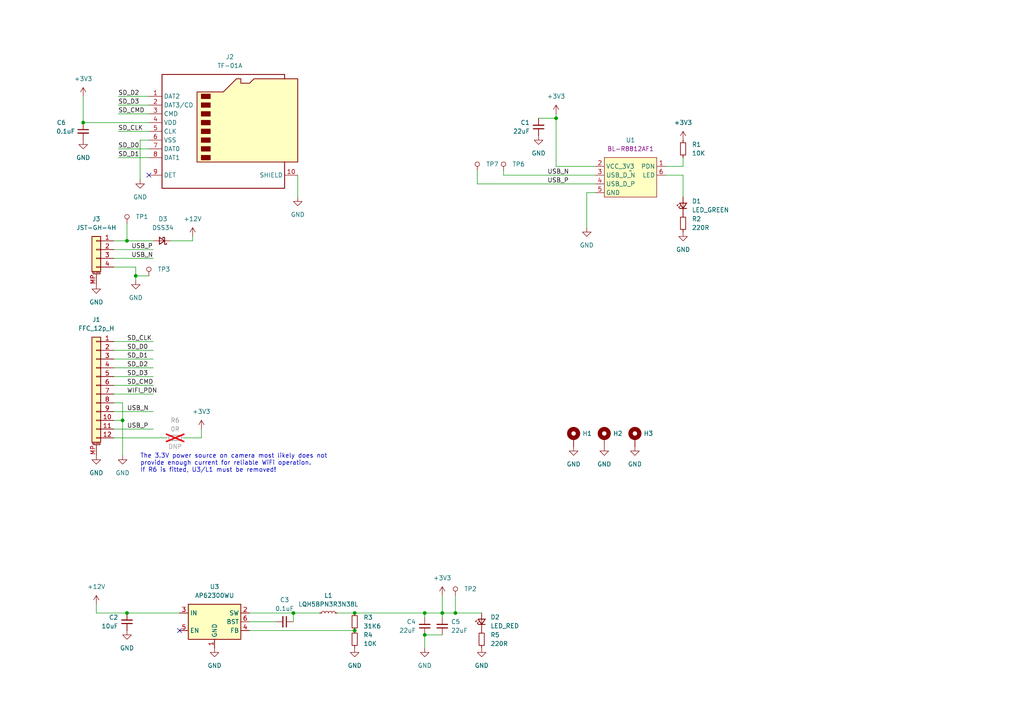
<source format=kicad_sch>
(kicad_sch (version 20230121) (generator eeschema)
  (paper "A4")
  (lib_symbols
    (symbol "Device:C_Small" (pin_numbers hide) (pin_names (offset 0.254) hide)
      (property "Reference" "C" (at 0.254 1.778 0))
      (property "Value" "C_Small" (at 0.254 -2.032 0))
      (symbol "C_Small_0_1"
        (polyline (pts (xy -1.524 -0.508) (xy 1.524 -0.508)) (stroke (width 0.3302)))
        (polyline (pts (xy -1.524 0.508) (xy 1.524 0.508)) (stroke (width 0.3048)))
      )
      (symbol "C_Small_1_1"
        (pin passive line (at 0 2.54 270) (length 2.032) (name "~") (number "1"))
        (pin passive line (at 0 -2.54 90) (length 2.032) (name "~") (number "2"))
      )
    )
    (symbol "Device:R_Small" (pin_numbers hide) (pin_names (offset 0.254) hide)
      (property "Reference" "R" (at 0.762 0.508 0))
      (property "Value" "R_Small" (at 0.762 -1.016 0))
      (symbol "R_Small_0_1"
        (rectangle (start -0.762 1.778) (end 0.762 -1.778) (stroke (width 0.2032)))
      )
      (symbol "R_Small_1_1"
        (pin passive line (at 0 2.54 270) (length 0.762) (name "~") (number "1"))
        (pin passive line (at 0 -2.54 90) (length 0.762) (name "~") (number "2"))
      )
    )
    (symbol "hadv-connectors:FFC_12p_H" (pin_names (offset 1.016) hide)
      (property "Reference" "J" (at 0 15.24 0))
      (property "Value" "FFC_12p_H" (at 1.27 -17.78 0))
      (symbol "FFC_12p_H_1_1"
        (rectangle (start -1.27 -15.113) (end 0 -15.367) (stroke (width 0.1524)))
        (rectangle (start -1.27 -12.573) (end 0 -12.827) (stroke (width 0.1524)))
        (rectangle (start -1.27 -10.033) (end 0 -10.287) (stroke (width 0.1524)))
        (rectangle (start -1.27 -7.493) (end 0 -7.747) (stroke (width 0.1524)))
        (rectangle (start -1.27 -4.953) (end 0 -5.207) (stroke (width 0.1524)))
        (rectangle (start -1.27 -2.413) (end 0 -2.667) (stroke (width 0.1524)))
        (rectangle (start -1.27 0.127) (end 0 -0.127) (stroke (width 0.1524)))
        (rectangle (start -1.27 2.667) (end 0 2.413) (stroke (width 0.1524)))
        (rectangle (start -1.27 5.207) (end 0 4.953) (stroke (width 0.1524)))
        (rectangle (start -1.27 7.747) (end 0 7.493) (stroke (width 0.1524)))
        (rectangle (start -1.27 10.287) (end 0 10.033) (stroke (width 0.1524)))
        (rectangle (start -1.27 12.827) (end 0 12.573) (stroke (width 0.1524)))
        (rectangle (start -1.27 13.97) (end 1.27 -16.51) (stroke (width 0.254)) (fill (type background)))
        (polyline (pts (xy -1.016 -17.272) (xy 1.016 -17.272)) (stroke (width 0.1524)))
        (text "Mounting" (at 0 -16.891 0) (effects (font (size 0.381 0.381))))
        (pin passive line (at -5.08 12.7 0) (length 3.81) (name "Pin_1") (number "1"))
        (pin passive line (at -5.08 -10.16 0) (length 3.81) (name "Pin_10") (number "10"))
        (pin passive line (at -5.08 -12.7 0) (length 3.81) (name "Pin_11") (number "11"))
        (pin passive line (at -5.08 -15.24 0) (length 3.81) (name "Pin_12") (number "12"))
        (pin passive line (at -5.08 10.16 0) (length 3.81) (name "Pin_2") (number "2"))
        (pin passive line (at -5.08 7.62 0) (length 3.81) (name "Pin_3") (number "3"))
        (pin passive line (at -5.08 5.08 0) (length 3.81) (name "Pin_4") (number "4"))
        (pin passive line (at -5.08 2.54 0) (length 3.81) (name "Pin_5") (number "5"))
        (pin passive line (at -5.08 0 0) (length 3.81) (name "Pin_6") (number "6"))
        (pin passive line (at -5.08 -2.54 0) (length 3.81) (name "Pin_7") (number "7"))
        (pin passive line (at -5.08 -5.08 0) (length 3.81) (name "Pin_8") (number "8"))
        (pin passive line (at -5.08 -7.62 0) (length 3.81) (name "Pin_9") (number "9"))
        (pin passive line (at 0 -20.32 90) (length 3.048) (name "MountPin") (number "MP"))
      )
    )
    (symbol "hadv-connectors:JST-GH-4H" (pin_names (offset 1.016) hide)
      (property "Reference" "J" (at 0 5.08 0))
      (property "Value" "JST-GH-4H" (at 1.27 -7.62 0))
      (symbol "JST-GH-4H_1_1"
        (rectangle (start -1.27 -4.953) (end 0 -5.207) (stroke (width 0.1524)))
        (rectangle (start -1.27 -2.413) (end 0 -2.667) (stroke (width 0.1524)))
        (rectangle (start -1.27 0.127) (end 0 -0.127) (stroke (width 0.1524)))
        (rectangle (start -1.27 2.667) (end 0 2.413) (stroke (width 0.1524)))
        (rectangle (start -1.27 3.81) (end 1.27 -6.35) (stroke (width 0.254)) (fill (type background)))
        (polyline (pts (xy -1.016 -7.112) (xy 1.016 -7.112)) (stroke (width 0.1524)))
        (text "Mounting" (at 0 -6.731 0) (effects (font (size 0.381 0.381))))
        (pin passive line (at -5.08 2.54 0) (length 3.81) (name "Pin_1") (number "1"))
        (pin passive line (at -5.08 0 0) (length 3.81) (name "Pin_2") (number "2"))
        (pin passive line (at -5.08 -2.54 0) (length 3.81) (name "Pin_3") (number "3"))
        (pin passive line (at -5.08 -5.08 0) (length 3.81) (name "Pin_4") (number "4"))
        (pin passive line (at 0 -10.16 90) (length 3.048) (name "MountPin") (number "MP"))
      )
    )
    (symbol "hadv-connectors:TF-01A"
      (property "Reference" "J" (at -16.51 17.78 0))
      (property "Value" "TF-01A" (at 16.51 17.78 0))
      (symbol "TF-01A_0_1"
        (rectangle (start -7.62 -6.985) (end -5.08 -8.255) (stroke (width 0.254)) (fill (type outline)))
        (rectangle (start -7.62 -4.445) (end -5.08 -5.715) (stroke (width 0.254)) (fill (type outline)))
        (rectangle (start -7.62 -1.905) (end -5.08 -3.175) (stroke (width 0.254)) (fill (type outline)))
        (rectangle (start -7.62 0.635) (end -5.08 -0.635) (stroke (width 0.254)) (fill (type outline)))
        (rectangle (start -7.62 3.175) (end -5.08 1.905) (stroke (width 0.254)) (fill (type outline)))
        (rectangle (start -7.62 5.715) (end -5.08 4.445) (stroke (width 0.254)) (fill (type outline)))
        (rectangle (start -7.62 8.255) (end -5.08 6.985) (stroke (width 0.254)) (fill (type outline)))
        (rectangle (start -7.62 10.795) (end -5.08 9.525) (stroke (width 0.254)) (fill (type outline)))
        (polyline (pts (xy 16.51 15.24) (xy 16.51 16.51) (xy -19.05 16.51) (xy -19.05 -16.51) (xy 16.51 -16.51) (xy 16.51 -8.89)) (stroke (width 0.254)))
        (polyline (pts (xy -8.89 -8.89) (xy -8.89 11.43) (xy -1.27 11.43) (xy 2.54 15.24) (xy 3.81 15.24) (xy 3.81 13.97) (xy 6.35 13.97) (xy 7.62 15.24) (xy 20.32 15.24) (xy 20.32 -8.89) (xy -8.89 -8.89)) (stroke (width 0.254)) (fill (type background)))
      )
      (symbol "TF-01A_1_1"
        (pin bidirectional line (at -22.86 10.16 0) (length 3.81) (name "DAT2") (number "1"))
        (pin passive line (at 20.32 -12.7 180) (length 3.81) (name "SHIELD") (number "10"))
        (pin bidirectional line (at -22.86 7.62 0) (length 3.81) (name "DAT3/CD") (number "2"))
        (pin input line (at -22.86 5.08 0) (length 3.81) (name "CMD") (number "3"))
        (pin power_in line (at -22.86 2.54 0) (length 3.81) (name "VDD") (number "4"))
        (pin input line (at -22.86 0 0) (length 3.81) (name "CLK") (number "5"))
        (pin power_in line (at -22.86 -2.54 0) (length 3.81) (name "VSS") (number "6"))
        (pin bidirectional line (at -22.86 -5.08 0) (length 3.81) (name "DAT0") (number "7"))
        (pin bidirectional line (at -22.86 -7.62 0) (length 3.81) (name "DAT1") (number "8"))
        (pin passive line (at -22.86 -12.7 0) (length 3.81) (name "DET") (number "9"))
      )
    )
    (symbol "hadv-diodes:DSS34" (pin_numbers hide) (pin_names (offset 0.254) hide)
      (property "Reference" "D" (at -1.27 2.032 0))
      (property "Value" "DSS34" (at -7.112 -2.032 0))
      (symbol "DSS34_0_1"
        (polyline (pts (xy -0.762 0) (xy 0.762 0)))
        (polyline (pts (xy 0.762 -1.016) (xy -0.762 0) (xy 0.762 1.016) (xy 0.762 -1.016)) (stroke (width 0.254)))
        (polyline (pts (xy -1.27 0.762) (xy -1.27 1.016) (xy -0.762 1.016) (xy -0.762 -1.016) (xy -0.254 -1.016) (xy -0.254 -0.762)) (stroke (width 0.254)))
      )
      (symbol "DSS34_1_1"
        (pin passive line (at -2.54 0 0) (length 1.778) (name "K") (number "1"))
        (pin passive line (at 2.54 0 180) (length 1.778) (name "A") (number "2"))
      )
    )
    (symbol "hadv-inductors:LQH5BPN3R3N38L" (pin_numbers hide) (pin_names (offset 0.254) hide)
      (property "Reference" "L" (at 0.762 1.016 0))
      (property "Value" "LQH5BPN3R3N38L" (at 0.762 -1.016 0))
      (symbol "LQH5BPN3R3N38L_0_1"
        (arc (start 0 -2.032) (mid 0.5058 -1.524) (end 0 -1.016))
        (arc (start 0 -1.016) (mid 0.5058 -0.508) (end 0 0))
        (arc (start 0 0) (mid 0.5058 0.508) (end 0 1.016))
        (arc (start 0 1.016) (mid 0.5058 1.524) (end 0 2.032))
      )
      (symbol "LQH5BPN3R3N38L_1_1"
        (pin passive line (at 0 2.54 270) (length 0.635) (name "~") (number "1"))
        (pin passive line (at 0 -2.54 90) (length 0.635) (name "~") (number "2"))
      )
    )
    (symbol "hadv-mechanical:MH_2.2mm" (pin_numbers hide) (pin_names (offset 1.016) hide) (in_bom no)
      (property "Reference" "H" (at 0 6.985 0))
      (symbol "MH_2.2mm_0_1"
        (circle (center 0 3.81) (radius 1.27) (stroke (width 1.27)))
      )
      (symbol "MH_2.2mm_1_1"
        (pin input line (at 0 0 90) (length 2.54) (name "1") (number "1"))
      )
    )
    (symbol "hadv-mechanical:TP_1MM" (pin_numbers hide) (pin_names (offset 0.762) hide) (in_bom no)
      (property "Reference" "TP" (at 0 3.81 0))
      (symbol "TP_1MM_0_1"
        (circle (center 0 1.905) (radius 0.6476))
      )
      (symbol "TP_1MM_1_1"
        (pin passive line (at 0 0 90) (length 1.27) (name "1") (number "1"))
      )
    )
    (symbol "hadv-rf:BL-R8812AF1"
      (property "Reference" "U" (at 0 5.08 0))
      (property "Value" "BL-R8812AF1" (at 0 -8.89 0))
      (property "MPN" "BL-R8812AF1" (at 0 -8.89 0))
      (symbol "BL-R8812AF1_1_1"
        (rectangle (start -7.62 3.81) (end 7.62 -7.62) (fill (type background)))
        (pin input line (at 10.16 1.27 180) (length 2.54) (name "PDN") (number "1"))
        (pin passive line (at -10.16 -6.35 0) (length 2.54) hide (name "GND") (number "10"))
        (pin passive line (at 10.16 -6.35 180) (length 2.54) hide (name "NC") (number "11"))
        (pin passive line (at -10.16 -6.35 0) (length 2.54) hide (name "GND") (number "12"))
        (pin power_in line (at -10.16 1.27 0) (length 2.54) (name "VCC_3V3") (number "2"))
        (pin bidirectional line (at -10.16 -1.27 0) (length 2.54) (name "USB_D_N") (number "3"))
        (pin bidirectional line (at -10.16 -3.81 0) (length 2.54) (name "USB_D_P") (number "4"))
        (pin power_in line (at -10.16 -6.35 0) (length 2.54) (name "GND") (number "5"))
        (pin output line (at 10.16 -1.27 180) (length 2.54) (name "LED") (number "6"))
        (pin passive line (at -10.16 -6.35 0) (length 2.54) hide (name "GND") (number "7"))
        (pin passive line (at 10.16 -3.81 180) (length 2.54) hide (name "NC") (number "8"))
        (pin passive line (at -10.16 -6.35 0) (length 2.54) hide (name "GND") (number "9"))
      )
    )
    (symbol "hadv-ui:LED_GREEN" (pin_numbers hide) (pin_names (offset 0.254) hide)
      (property "Reference" "D" (at -1.27 3.175 0))
      (property "Value" "LED_GREEN" (at -4.445 -2.54 0))
      (symbol "LED_GREEN_0_1"
        (polyline (pts (xy -0.762 -1.016) (xy -0.762 1.016)) (stroke (width 0.254)))
        (polyline (pts (xy 1.016 0) (xy -0.762 0)))
        (polyline (pts (xy 0.762 -1.016) (xy -0.762 0) (xy 0.762 1.016) (xy 0.762 -1.016)) (stroke (width 0.254)))
        (polyline (pts (xy 0 0.762) (xy -0.508 1.27) (xy -0.254 1.27) (xy -0.508 1.27) (xy -0.508 1.016)))
        (polyline (pts (xy 0.508 1.27) (xy 0 1.778) (xy 0.254 1.778) (xy 0 1.778) (xy 0 1.524)))
      )
      (symbol "LED_GREEN_1_1"
        (pin passive line (at -2.54 0 0) (length 1.778) (name "K") (number "1"))
        (pin passive line (at 2.54 0 180) (length 1.778) (name "A") (number "2"))
      )
    )
    (symbol "hadv-ui:LED_RED" (pin_numbers hide) (pin_names (offset 0.254) hide)
      (property "Reference" "D" (at -1.27 3.175 0))
      (property "Value" "LED_RED" (at -4.445 -2.54 0))
      (symbol "LED_RED_0_1"
        (polyline (pts (xy -0.762 -1.016) (xy -0.762 1.016)) (stroke (width 0.254)))
        (polyline (pts (xy 1.016 0) (xy -0.762 0)))
        (polyline (pts (xy 0.762 -1.016) (xy -0.762 0) (xy 0.762 1.016) (xy 0.762 -1.016)) (stroke (width 0.254)))
        (polyline (pts (xy 0 0.762) (xy -0.508 1.27) (xy -0.254 1.27) (xy -0.508 1.27) (xy -0.508 1.016)))
        (polyline (pts (xy 0.508 1.27) (xy 0 1.778) (xy 0.254 1.778) (xy 0 1.778) (xy 0 1.524)))
      )
      (symbol "LED_RED_1_1"
        (pin passive line (at -2.54 0 0) (length 1.778) (name "K") (number "1"))
        (pin passive line (at 2.54 0 180) (length 1.778) (name "A") (number "2"))
      )
    )
    (symbol "hadv-vregs:AP62300WU"
      (property "Reference" "U" (at -7.62 6.35 0))
      (property "Value" "AP62300WU" (at 2.54 6.35 0))
      (symbol "AP62300WU_0_1"
        (rectangle (start -7.62 5.08) (end 7.62 -5.08) (stroke (width 0.254)) (fill (type background)))
      )
      (symbol "AP62300WU_1_1"
        (pin power_in line (at 0 -7.62 90) (length 2.54) (name "GND") (number "1"))
        (pin output line (at 10.16 2.54 180) (length 2.54) (name "SW") (number "2"))
        (pin power_in line (at -10.16 2.54 0) (length 2.54) (name "IN") (number "3"))
        (pin input line (at 10.16 -2.54 180) (length 2.54) (name "FB") (number "4"))
        (pin input line (at -10.16 -2.54 0) (length 2.54) (name "EN") (number "5"))
        (pin passive line (at 10.16 0 180) (length 2.54) (name "BST") (number "6"))
      )
    )
    (symbol "power:+12V" (power) (pin_names (offset 0))
      (property "Value" "+12V" (at 0 3.556 0))
      (symbol "+12V_0_1"
        (polyline (pts (xy -0.762 1.27) (xy 0 2.54)))
        (polyline (pts (xy 0 0) (xy 0 2.54)))
        (polyline (pts (xy 0 2.54) (xy 0.762 1.27)))
      )
      (symbol "+12V_1_1"
        (pin power_in line (at 0 0 90) (length 0) hide (name "+12V") (number "1"))
      )
    )
    (symbol "power:+3V3" (power) (pin_names (offset 0))
      (property "Value" "+3V3" (at 0 3.556 0))
      (symbol "+3V3_0_1"
        (polyline (pts (xy -0.762 1.27) (xy 0 2.54)))
        (polyline (pts (xy 0 0) (xy 0 2.54)))
        (polyline (pts (xy 0 2.54) (xy 0.762 1.27)))
      )
      (symbol "+3V3_1_1"
        (pin power_in line (at 0 0 90) (length 0) hide (name "+3V3") (number "1"))
      )
    )
    (symbol "power:GND" (power) (pin_names (offset 0))
      (property "Value" "GND" (at 0 -3.81 0))
      (symbol "GND_0_1"
        (polyline (pts (xy 0 0) (xy 0 -1.27) (xy 1.27 -1.27) (xy 0 -2.54) (xy -1.27 -1.27) (xy 0 -1.27)))
      )
      (symbol "GND_1_1"
        (pin power_in line (at 0 0 270) (length 0) hide (name "GND") (number "1"))
      )
    )
  )
  (junction (at 85.09 177.8))
  (junction (at 24.13 35.56))
  (junction (at 36.83 177.8))
  (junction (at 35.56 121.92))
  (junction (at 132.08 177.8))
  (junction (at 123.19 184.15))
  (junction (at 39.37 80.01))
  (junction (at 128.27 177.8))
  (junction (at 161.29 34.29))
  (junction (at 36.83 69.85))
  (junction (at 123.19 177.8))
  (junction (at 102.87 182.88))
  (junction (at 102.87 177.8))
  (no_connect (at 52.07 182.88))
  (no_connect (at 43.18 50.8))
  (wire (pts (xy 34.29 33.02) (xy 43.18 33.02)))
  (wire (pts (xy 34.29 43.18) (xy 43.18 43.18)))
  (wire (pts (xy 193.04 48.26) (xy 198.12 48.26)))
  (wire (pts (xy 35.56 121.92) (xy 35.56 132.08)))
  (wire (pts (xy 24.13 27.94) (xy 24.13 35.56)))
  (wire (pts (xy 27.94 175.26) (xy 27.94 177.8)))
  (wire (pts (xy 161.29 33.02) (xy 161.29 34.29)))
  (wire (pts (xy 34.29 27.94) (xy 43.18 27.94)))
  (wire (pts (xy 33.02 124.46) (xy 44.45 124.46)))
  (wire (pts (xy 123.19 184.15) (xy 128.27 184.15)))
  (wire (pts (xy 198.12 48.26) (xy 198.12 45.72)))
  (wire (pts (xy 86.36 50.8) (xy 86.36 57.15)))
  (wire (pts (xy 146.05 50.8) (xy 146.05 49.53)))
  (wire (pts (xy 33.02 109.22) (xy 44.45 109.22)))
  (wire (pts (xy 85.09 177.8) (xy 85.09 180.34)))
  (wire (pts (xy 33.02 121.92) (xy 35.56 121.92)))
  (wire (pts (xy 123.19 177.8) (xy 123.19 179.07)))
  (wire (pts (xy 39.37 80.01) (xy 39.37 81.28)))
  (wire (pts (xy 97.79 177.8) (xy 102.87 177.8)))
  (wire (pts (xy 123.19 177.8) (xy 128.27 177.8)))
  (wire (pts (xy 33.02 72.39) (xy 44.45 72.39)))
  (wire (pts (xy 36.83 64.77) (xy 36.83 69.85)))
  (wire (pts (xy 33.02 114.3) (xy 44.45 114.3)))
  (wire (pts (xy 172.72 48.26) (xy 161.29 48.26)))
  (wire (pts (xy 102.87 177.8) (xy 123.19 177.8)))
  (wire (pts (xy 35.56 116.84) (xy 35.56 121.92)))
  (wire (pts (xy 34.29 30.48) (xy 43.18 30.48)))
  (wire (pts (xy 132.08 177.8) (xy 139.7 177.8)))
  (wire (pts (xy 33.02 77.47) (xy 39.37 77.47)))
  (wire (pts (xy 33.02 74.93) (xy 44.45 74.93)))
  (wire (pts (xy 128.27 177.8) (xy 128.27 179.07)))
  (wire (pts (xy 138.43 49.53) (xy 138.43 53.34)))
  (wire (pts (xy 172.72 55.88) (xy 170.18 55.88)))
  (wire (pts (xy 123.19 184.15) (xy 123.19 187.96)))
  (wire (pts (xy 40.64 40.64) (xy 40.64 52.07)))
  (wire (pts (xy 72.39 180.34) (xy 80.01 180.34)))
  (wire (pts (xy 43.18 38.1) (xy 34.29 38.1)))
  (wire (pts (xy 33.02 116.84) (xy 35.56 116.84)))
  (wire (pts (xy 156.21 34.29) (xy 161.29 34.29)))
  (wire (pts (xy 34.29 45.72) (xy 43.18 45.72)))
  (wire (pts (xy 53.34 127) (xy 58.42 127)))
  (wire (pts (xy 33.02 104.14) (xy 44.45 104.14)))
  (wire (pts (xy 43.18 35.56) (xy 24.13 35.56)))
  (wire (pts (xy 33.02 111.76) (xy 44.45 111.76)))
  (wire (pts (xy 40.64 40.64) (xy 43.18 40.64)))
  (wire (pts (xy 72.39 182.88) (xy 102.87 182.88)))
  (wire (pts (xy 72.39 177.8) (xy 85.09 177.8)))
  (wire (pts (xy 36.83 69.85) (xy 44.45 69.85)))
  (wire (pts (xy 55.88 69.85) (xy 49.53 69.85)))
  (wire (pts (xy 85.09 177.8) (xy 92.71 177.8)))
  (wire (pts (xy 39.37 77.47) (xy 39.37 80.01)))
  (wire (pts (xy 132.08 172.72) (xy 132.08 177.8)))
  (wire (pts (xy 55.88 68.58) (xy 55.88 69.85)))
  (wire (pts (xy 161.29 34.29) (xy 161.29 48.26)))
  (wire (pts (xy 193.04 50.8) (xy 198.12 50.8)))
  (wire (pts (xy 128.27 172.72) (xy 128.27 177.8)))
  (wire (pts (xy 128.27 177.8) (xy 132.08 177.8)))
  (wire (pts (xy 33.02 127) (xy 48.26 127)))
  (wire (pts (xy 170.18 55.88) (xy 170.18 66.04)))
  (wire (pts (xy 58.42 124.46) (xy 58.42 127)))
  (wire (pts (xy 138.43 53.34) (xy 172.72 53.34)))
  (wire (pts (xy 33.02 106.68) (xy 44.45 106.68)))
  (wire (pts (xy 39.37 80.01) (xy 43.18 80.01)))
  (wire (pts (xy 33.02 99.06) (xy 44.45 99.06)))
  (wire (pts (xy 33.02 69.85) (xy 36.83 69.85)))
  (wire (pts (xy 36.83 177.8) (xy 27.94 177.8)))
  (wire (pts (xy 36.83 177.8) (xy 52.07 177.8)))
  (wire (pts (xy 146.05 50.8) (xy 172.72 50.8)))
  (wire (pts (xy 33.02 119.38) (xy 44.45 119.38)))
  (wire (pts (xy 33.02 101.6) (xy 44.45 101.6)))
  (wire (pts (xy 198.12 50.8) (xy 198.12 57.15)))
  (text "The 3.3V power source on camera most likely does not\nprovide enough current for reliable WiFi operation.\nIf R6 is fitted, U3/L1 must be removed!" (at 40.64 137.16 0) (effects (font (size 1.27 1.27)) (justify left bottom)))
  (label "SD_CLK" (at 34.29 38.1 0))
  (label "SD_D2" (at 36.83 106.68 0))
  (label "SD_D2" (at 34.29 27.94 0))
  (label "SD_D1" (at 34.29 45.72 0))
  (label "USB_N" (at 36.83 119.38 0))
  (label "SD_D3" (at 34.29 30.48 0))
  (label "USB_P" (at 38.1 72.39 0))
  (label "SD_D0" (at 36.83 101.6 0))
  (label "SD_CLK" (at 36.83 99.06 0))
  (label "USB_P" (at 158.75 53.34 0))
  (label "WIFI_PDN" (at 36.83 114.3 0))
  (label "SD_D0" (at 34.29 43.18 0))
  (label "USB_N" (at 38.1 74.93 0))
  (label "SD_D3" (at 36.83 109.22 0))
  (label "USB_N" (at 158.75 50.8 0))
  (label "SD_CMD" (at 34.29 33.02 0))
  (label "SD_CMD" (at 36.83 111.76 0))
  (label "USB_P" (at 36.83 124.46 0))
  (label "SD_D1" (at 36.83 104.14 0))
  (symbol (lib_id "hadv-mechanical:MH_2.2mm") (at 175.26 129.54 0) (unit 1) (in_bom no)
    (property "Reference" "H2" (at 177.8 125.73 0) (effects (justify left)))
    (property "Value" "MH_2.2mm" (effects hide))
    (property "Footprint" "MountingHole:MountingHole_2.2mm_M2_Pad_Via" (effects hide))
  )
  (symbol (lib_id "Device:C_Small") (at 24.13 38.1 0) (mirror y) (unit 1)
    (property "Reference" "C6" (at 17.78 35.56 0))
    (property "Value" "0.1uF" (at 19.05 38.1 0))
    (property "Footprint" "Capacitor_SMD:C_0603_1608Metric" (effects hide))
  )
  (symbol (lib_id "hadv-mechanical:TP_1MM") (at 132.08 172.72 0) (unit 1) (in_bom no)
    (property "Reference" "TP2" (at 134.62 170.815 0) (effects (justify left)))
    (property "Value" "TP_1MM" (effects hide))
    (property "Footprint" "TestPoint:TestPoint_Pad_D1.0mm" (effects hide))
  )
  (symbol (lib_id "power:+3V3") (at 161.29 33.02 0) (unit 1)
    (property "Reference" "#PWR02" (effects hide))
    (property "Value" "+3V3" (at 161.29 27.94 0))
  )
  (symbol (lib_id "hadv-mechanical:TP_1MM") (at 146.05 49.53 0) (unit 1) (in_bom no)
    (property "Reference" "TP6" (at 148.59 47.625 0) (effects (justify left)))
    (property "Value" "TP_1MM" (effects hide))
    (property "Footprint" "TestPoint:TestPoint_Pad_D1.0mm" (effects hide))
  )
  (symbol (lib_id "hadv-mechanical:MH_2.2mm") (at 184.15 129.54 0) (unit 1) (in_bom no)
    (property "Reference" "H3" (at 186.69 125.73 0) (effects (justify left)))
    (property "Value" "MH_2.2mm" (effects hide))
    (property "Footprint" "MountingHole:MountingHole_2.2mm_M2_Pad_Via" (effects hide))
  )
  (symbol (lib_id "power:GND") (at 40.64 52.07 0) (unit 1)
    (property "Reference" "#PWR07" (effects hide))
    (property "Value" "GND" (at 40.64 57.15 0))
  )
  (symbol (lib_id "Device:C_Small") (at 128.27 181.61 180) (unit 1)
    (property "Reference" "C5" (at 130.81 180.3336 0) (effects (justify right)))
    (property "Value" "22uF" (at 130.81 182.8736 0) (effects (justify right)))
    (property "Footprint" "Capacitor_SMD:C_0805_2012Metric" (effects hide))
    (property "LCSC#" "C380338" (effects hide))
  )
  (symbol (lib_id "hadv-connectors:TF-01A") (at 66.04 38.1 0) (unit 1)
    (property "Reference" "J2" (at 66.675 16.51 0))
    (property "Value" "TF-01A" (at 66.675 19.05 0))
    (property "Footprint" "hadv-connectors:TF-01A" (effects hide))
    (property "Datasheet" "https://datasheet.lcsc.com/lcsc/1811082127_Korean-Hroparts-Elec-TF-01A_C91145.pdf" (effects hide))
    (property "MPN" "TF-01A" (effects hide))
    (property "Manufacturer" "Korean Hroparts" (effects hide))
    (property "LCSC#" "C91145" (effects hide))
  )
  (symbol (lib_id "power:+3V3") (at 58.42 124.46 0) (unit 1)
    (property "Reference" "#PWR017" (effects hide))
    (property "Value" "+3V3" (at 58.42 119.38 0))
  )
  (symbol (lib_id "power:GND") (at 62.23 187.96 0) (unit 1)
    (property "Reference" "#PWR011" (effects hide))
    (property "Value" "GND" (at 62.23 193.04 0))
  )
  (symbol (lib_id "power:GND") (at 166.37 129.54 0) (unit 1)
    (property "Reference" "#PWR023" (effects hide))
    (property "Value" "GND" (at 166.37 134.62 0))
  )
  (symbol (lib_id "Device:R_Small") (at 102.87 180.34 0) (unit 1)
    (property "Reference" "R3" (at 105.41 179.07 0) (effects (justify left)))
    (property "Value" "31K6" (at 105.41 181.61 0) (effects (justify left)))
    (property "Footprint" "Resistor_SMD:R_0603_1608Metric" (effects hide))
    (property "LCSC#" "C25967" (effects hide))
    (property "MPN" "0603WAF3162T5E" (effects hide))
  )
  (symbol (lib_id "hadv-connectors:JST-GH-4H") (at 27.94 72.39 0) (mirror y) (unit 1)
    (property "Reference" "J3" (at 27.94 63.5 0))
    (property "Value" "JST-GH-4H" (at 27.94 66.04 0))
    (property "Footprint" "Connector_JST:JST_GH_SM04B-GHS-TB_1x04-1MP_P1.25mm_Horizontal" (effects hide))
    (property "MPN" "SM04B-GHS-TB" (effects hide))
    (property "Manufacturer" "JST" (effects hide))
    (property "AltMPN" "X1251WRS-04HF-LPSW" (effects hide))
    (property "AltManufacturer" "XKB" (effects hide))
    (property "LCSC#" "C388709" (effects hide))
  )
  (symbol (lib_id "hadv-mechanical:TP_1MM") (at 138.43 49.53 0) (unit 1) (in_bom no)
    (property "Reference" "TP7" (at 140.97 47.625 0) (effects (justify left)))
    (property "Value" "TP_1MM" (effects hide))
    (property "Footprint" "TestPoint:TestPoint_Pad_D1.0mm" (effects hide))
  )
  (symbol (lib_id "power:GND") (at 184.15 129.54 0) (unit 1)
    (property "Reference" "#PWR025" (effects hide))
    (property "Value" "GND" (at 184.15 134.62 0))
  )
  (symbol (lib_id "power:GND") (at 27.94 82.55 0) (unit 1)
    (property "Reference" "#PWR019" (effects hide))
    (property "Value" "GND" (at 27.94 87.63 0))
  )
  (symbol (lib_id "power:GND") (at 35.56 132.08 0) (unit 1)
    (property "Reference" "#PWR016" (effects hide))
    (property "Value" "GND" (at 35.56 137.16 0))
  )
  (symbol (lib_id "Device:C_Small") (at 82.55 180.34 270) (mirror x) (unit 1)
    (property "Reference" "C3" (at 82.5437 173.99 90))
    (property "Value" "0.1uF" (at 82.5437 176.53 90))
    (property "Footprint" "Capacitor_SMD:C_0603_1608Metric" (effects hide))
  )
  (symbol (lib_id "hadv-mechanical:TP_1MM") (at 36.83 64.77 0) (unit 1) (in_bom no)
    (property "Reference" "TP1" (at 39.37 62.865 0) (effects (justify left)))
    (property "Value" "TP_1MM" (effects hide))
    (property "Footprint" "TestPoint:TestPoint_Pad_D1.0mm" (effects hide))
  )
  (symbol (lib_id "power:GND") (at 86.36 57.15 0) (unit 1)
    (property "Reference" "#PWR022" (effects hide))
    (property "Value" "GND" (at 86.36 62.23 0))
  )
  (symbol (lib_id "hadv-connectors:FFC_12p_H") (at 27.94 111.76 0) (mirror y) (unit 1)
    (property "Reference" "J1" (at 27.94 92.71 0))
    (property "Value" "FFC_12p_H" (at 27.94 95.25 0))
    (property "Footprint" "Connector_FFC-FPC:Hirose_FH12-12S-0.5SH_1x12-1MP_P0.50mm_Horizontal" (effects hide))
    (property "MPN" "AFC24-S12FIC-00" (effects hide))
    (property "Manufacturer" "JUSHUO" (effects hide))
    (property "LCSC#" "C262290" (effects hide))
  )
  (symbol (lib_id "power:GND") (at 175.26 129.54 0) (unit 1)
    (property "Reference" "#PWR024" (effects hide))
    (property "Value" "GND" (at 175.26 134.62 0))
  )
  (symbol (lib_id "Device:C_Small") (at 123.19 181.61 0) (mirror x) (unit 1)
    (property "Reference" "C4" (at 120.65 180.3336 0) (effects (justify right)))
    (property "Value" "22uF" (at 120.65 182.8736 0) (effects (justify right)))
    (property "Footprint" "Capacitor_SMD:C_0805_2012Metric" (effects hide))
    (property "LCSC#" "C380338" (effects hide))
  )
  (symbol (lib_id "Device:R_Small") (at 50.8 127 90) (unit 1) (dnp yes)
    (property "Reference" "R6" (at 50.8 121.92 90))
    (property "Value" "0R" (at 50.8 124.46 90))
    (property "Footprint" "Resistor_SMD:R_0603_1608Metric" (effects hide))
    (property "Config" "DNP" (at 50.8 129.54 90))
  )
  (symbol (lib_id "power:GND") (at 170.18 66.04 0) (unit 1)
    (property "Reference" "#PWR03" (effects hide))
    (property "Value" "GND" (at 170.18 71.12 0))
  )
  (symbol (lib_id "Device:C_Small") (at 156.21 36.83 0) (mirror x) (unit 1)
    (property "Reference" "C1" (at 153.67 35.5536 0) (effects (justify right)))
    (property "Value" "22uF" (at 153.67 38.0936 0) (effects (justify right)))
    (property "Footprint" "Capacitor_SMD:C_0805_2012Metric" (effects hide))
    (property "LCSC#" "C380338" (effects hide))
  )
  (symbol (lib_id "power:+3V3") (at 198.12 40.64 0) (unit 1)
    (property "Reference" "#PWR04" (effects hide))
    (property "Value" "+3V3" (at 198.12 35.56 0))
  )
  (symbol (lib_id "hadv-mechanical:MH_2.2mm") (at 166.37 129.54 0) (unit 1) (in_bom no)
    (property "Reference" "H1" (at 168.91 125.73 0) (effects (justify left)))
    (property "Value" "MH_2.2mm" (effects hide))
    (property "Footprint" "MountingHole:MountingHole_2.2mm_M2_Pad_Via" (effects hide))
  )
  (symbol (lib_id "Device:R_Small") (at 139.7 185.42 0) (unit 1)
    (property "Reference" "R5" (at 142.24 184.15 0) (effects (justify left)))
    (property "Value" "220R" (at 142.24 186.69 0) (effects (justify left)))
    (property "Footprint" "Resistor_SMD:R_0603_1608Metric" (effects hide))
    (property "LCSC#" "C22962" (effects hide))
  )
  (symbol (lib_id "hadv-vregs:AP62300WU") (at 62.23 180.34 0) (unit 1)
    (property "Reference" "U3" (at 62.23 170.18 0))
    (property "Value" "AP62300WU" (at 62.23 172.72 0))
    (property "Footprint" "Package_TO_SOT_SMD:TSOT-23-6" (effects hide))
    (property "Datasheet" "https://www.diodes.com/assets/Datasheets/AP62300_AP62301_AP62300T.pdf" (effects hide))
    (property "MPN" "AP62300WU-7" (effects hide))
    (property "Manufacturer" "Diodes Inc" (effects hide))
    (property "LCSC#" "C1880390" (effects hide))
  )
  (symbol (lib_id "power:+12V") (at 27.94 175.26 0) (unit 1)
    (property "Reference" "#PWR010" (effects hide))
    (property "Value" "+12V" (at 27.94 170.18 0))
  )
  (symbol (lib_id "hadv-rf:BL-R8812AF1") (at 182.88 49.53 0) (unit 1)
    (property "Reference" "U1" (at 182.88 40.64 0))
    (property "Value" "~" (at 182.88 49.53 0))
    (property "Footprint" "hadv-rf:BL-R8812AF1" (effects hide))
    (property "MPN" "BL-R8812AF1" (at 182.88 43.18 0))
    (property "Manufacturer" "Unknown" (effects hide))
  )
  (symbol (lib_id "hadv-mechanical:TP_1MM") (at 43.18 80.01 0) (unit 1) (in_bom no)
    (property "Reference" "TP3" (at 45.72 78.105 0) (effects (justify left)))
    (property "Value" "TP_1MM" (effects hide))
    (property "Footprint" "TestPoint:TestPoint_Pad_D1.0mm" (effects hide))
  )
  (symbol (lib_id "power:GND") (at 102.87 187.96 0) (unit 1)
    (property "Reference" "#PWR012" (effects hide))
    (property "Value" "GND" (at 102.87 193.04 0))
  )
  (symbol (lib_id "power:GND") (at 36.83 182.88 0) (unit 1)
    (property "Reference" "#PWR09" (effects hide))
    (property "Value" "GND" (at 36.83 187.96 0))
  )
  (symbol (lib_id "power:GND") (at 156.21 39.37 0) (unit 1)
    (property "Reference" "#PWR06" (effects hide))
    (property "Value" "GND" (at 156.21 44.45 0))
  )
  (symbol (lib_id "power:+12V") (at 55.88 68.58 0) (unit 1)
    (property "Reference" "#PWR020" (effects hide))
    (property "Value" "+12V" (at 55.88 63.5 0))
  )
  (symbol (lib_id "power:GND") (at 24.13 40.64 0) (unit 1)
    (property "Reference" "#PWR018" (effects hide))
    (property "Value" "GND" (at 24.13 45.72 0))
  )
  (symbol (lib_id "power:+3V3") (at 128.27 172.72 0) (unit 1)
    (property "Reference" "#PWR014" (effects hide))
    (property "Value" "+3V3" (at 128.27 167.64 0))
  )
  (symbol (lib_id "power:GND") (at 139.7 187.96 0) (unit 1)
    (property "Reference" "#PWR015" (effects hide))
    (property "Value" "GND" (at 139.7 193.04 0))
  )
  (symbol (lib_id "power:+3V3") (at 24.13 27.94 0) (unit 1)
    (property "Reference" "#PWR08" (effects hide))
    (property "Value" "+3V3" (at 24.13 22.86 0))
  )
  (symbol (lib_id "hadv-diodes:DSS34") (at 46.99 69.85 180) (unit 1)
    (property "Reference" "D3" (at 47.244 63.5 0))
    (property "Value" "DSS34" (at 47.244 66.04 0))
    (property "Footprint" "Diode_SMD:D_SOD-123F" (effects hide))
    (property "Datasheet" "https://datasheet.lcsc.com/lcsc/2004141809_BORN-DSS34_C511866.pdf" (effects hide))
    (property "MPN" "DSS34" (effects hide))
    (property "Manufacturer" "BORN" (effects hide))
    (property "LCSC#" "C511866" (effects hide))
  )
  (symbol (lib_id "power:GND") (at 198.12 67.31 0) (unit 1)
    (property "Reference" "#PWR05" (effects hide))
    (property "Value" "GND" (at 198.12 72.39 0))
  )
  (symbol (lib_id "hadv-ui:LED_GREEN") (at 198.12 59.69 90) (unit 1)
    (property "Reference" "D1" (at 200.66 58.3565 90) (effects (justify right)))
    (property "Value" "LED_GREEN" (at 200.66 60.8965 90) (effects (justify right)))
    (property "Footprint" "LED_SMD:LED_0603_1608Metric" (effects hide))
    (property "MPN" "SZYY0603YG" (effects hide))
    (property "Manufacturer" "Yongyu Photoelectric" (effects hide))
    (property "LCSC#" "C434423" (effects hide))
  )
  (symbol (lib_id "Device:R_Small") (at 198.12 64.77 0) (unit 1)
    (property "Reference" "R2" (at 200.66 63.5 0) (effects (justify left)))
    (property "Value" "220R" (at 200.66 66.04 0) (effects (justify left)))
    (property "Footprint" "Resistor_SMD:R_0603_1608Metric" (effects hide))
    (property "LCSC#" "C22962" (effects hide))
  )
  (symbol (lib_id "Device:R_Small") (at 198.12 43.18 0) (unit 1)
    (property "Reference" "R1" (at 200.66 41.91 0) (effects (justify left)))
    (property "Value" "10K" (at 200.66 44.45 0) (effects (justify left)))
    (property "Footprint" "Resistor_SMD:R_0603_1608Metric" (effects hide))
  )
  (symbol (lib_id "power:GND") (at 39.37 81.28 0) (unit 1)
    (property "Reference" "#PWR021" (effects hide))
    (property "Value" "GND" (at 39.37 86.36 0))
  )
  (symbol (lib_id "hadv-ui:LED_RED") (at 139.7 180.34 90) (unit 1)
    (property "Reference" "D2" (at 142.24 179.0065 90) (effects (justify right)))
    (property "Value" "LED_RED" (at 142.24 181.5465 90) (effects (justify right)))
    (property "Footprint" "LED_SMD:LED_0603_1608Metric" (effects hide))
    (property "MPN" "SZYY0603R" (effects hide))
    (property "Manufacturer" "Yongyu Photoelectric" (effects hide))
    (property "LCSC#" "C434419" (effects hide))
  )
  (symbol (lib_id "Device:C_Small") (at 36.83 180.34 0) (mirror x) (unit 1)
    (property "Reference" "C2" (at 34.29 179.0636 0) (effects (justify right)))
    (property "Value" "10uF" (at 34.29 181.6036 0) (effects (justify right)))
    (property "Footprint" "Capacitor_SMD:C_0805_2012Metric" (effects hide))
    (property "LCSC#" "C15850" (effects hide))
  )
  (symbol (lib_id "Device:R_Small") (at 102.87 185.42 0) (unit 1)
    (property "Reference" "R4" (at 105.41 184.15 0) (effects (justify left)))
    (property "Value" "10K" (at 105.41 186.69 0) (effects (justify left)))
    (property "Footprint" "Resistor_SMD:R_0603_1608Metric" (effects hide))
  )
  (symbol (lib_id "hadv-inductors:LQH5BPN3R3N38L") (at 95.25 177.8 90) (unit 1)
    (property "Reference" "L1" (at 95.25 172.72 90))
    (property "Value" "LQH5BPN3R3N38L" (at 95.25 175.26 90))
    (property "Footprint" "Inductor_SMD:L_Sunlord_SWPA5020S" (effects hide))
    (property "MPN" "LQH5BPN3R3N38L" (effects hide))
    (property "Manufacturer" "Murata" (effects hide))
    (property "LCSC#" "C703751" (effects hide))
  )
  (symbol (lib_id "power:GND") (at 27.94 132.08 0) (unit 1)
    (property "Reference" "#PWR01" (effects hide))
    (property "Value" "GND" (at 27.94 137.16 0))
  )
  (symbol (lib_id "power:GND") (at 123.19 187.96 0) (unit 1)
    (property "Reference" "#PWR013" (effects hide))
    (property "Value" "GND" (at 123.19 193.04 0))
  )
)
</source>
